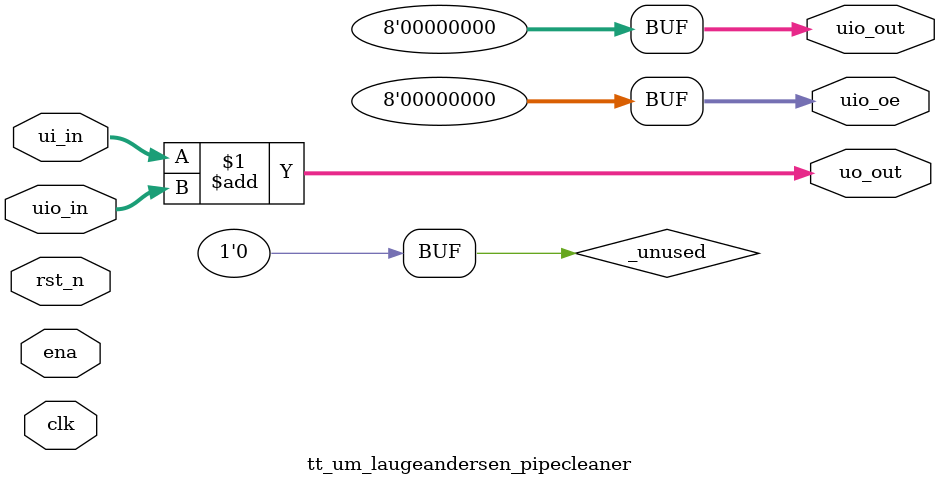
<source format=v>
/*
 * Copyright (c) 2024 Your Name
 * SPDX-License-Identifier: Apache-2.0
 */

`default_nettype none

module tt_um_laugeandersen_pipecleaner (
    input  wire [7:0] ui_in,    // Dedicated inputs
    output wire [7:0] uo_out,   // Dedicated outputs
    input  wire [7:0] uio_in,   // IOs: Input path
    output wire [7:0] uio_out,  // IOs: Output path
    output wire [7:0] uio_oe,   // IOs: Enable path (active high: 0=input, 1=output)
    input  wire       ena,      // always 1 when the design is powered, so you can ignore it
    input  wire       clk,      // clock
    input  wire       rst_n     // reset_n - low to reset
);

  // All output pins must be assigned. If not used, assign to 0.
  assign uo_out  = ui_in + uio_in;  // Example: ou_out is the sum of ui_in and uio_in
  assign uio_out = 0;
  assign uio_oe  = 0;

  // List all unused inputs to prevent warnings
  wire _unused = &{ena, clk, rst_n, 1'b0};

endmodule

</source>
